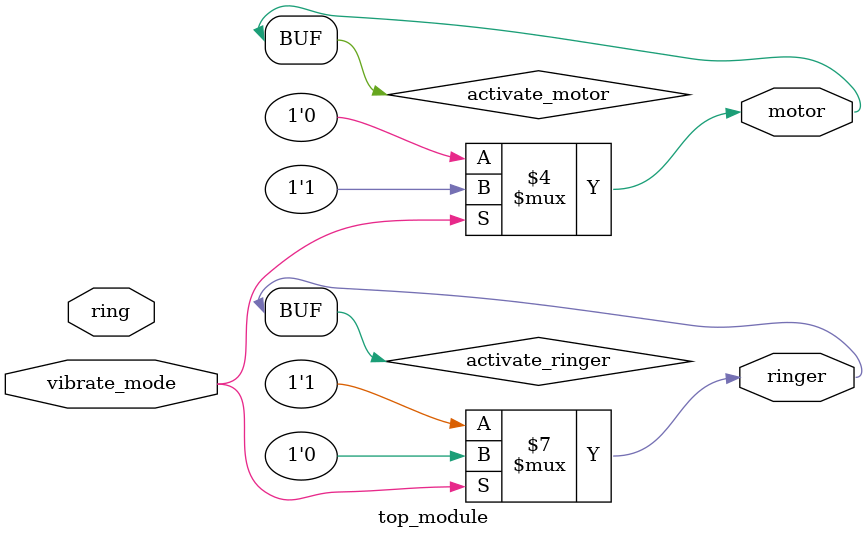
<source format=sv>
module top_module(
	input ring, 
	input vibrate_mode,
	output ringer,
	output motor
);

// Declare internal signals
reg activate_ringer;
reg activate_motor;

// Assign values to internal signals based on input conditions
always @(*)
begin
    if (vibrate_mode == 1'b1) begin
        activate_ringer = 1'b0;
        activate_motor = 1'b1;
    end
    else begin
        activate_ringer = 1'b1;
        activate_motor = 1'b0;
    end
end

// Assign internal signals to output ports
assign ringer = activate_ringer;
assign motor = activate_motor;

endmodule

</source>
